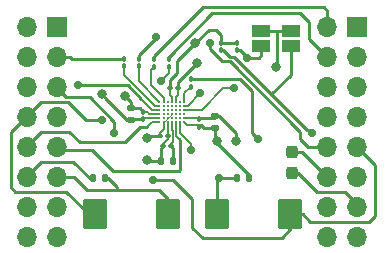
<source format=gbr>
G04 #@! TF.GenerationSoftware,KiCad,Pcbnew,7.0.0*
G04 #@! TF.CreationDate,2024-03-13T15:51:30+01:00*
G04 #@! TF.ProjectId,breakoutBoard_extended,62726561-6b6f-4757-9442-6f6172645f65,rev?*
G04 #@! TF.SameCoordinates,Original*
G04 #@! TF.FileFunction,Copper,L1,Top*
G04 #@! TF.FilePolarity,Positive*
%FSLAX46Y46*%
G04 Gerber Fmt 4.6, Leading zero omitted, Abs format (unit mm)*
G04 Created by KiCad (PCBNEW 7.0.0) date 2024-03-13 15:51:30*
%MOMM*%
%LPD*%
G01*
G04 APERTURE LIST*
G04 Aperture macros list*
%AMRoundRect*
0 Rectangle with rounded corners*
0 $1 Rounding radius*
0 $2 $3 $4 $5 $6 $7 $8 $9 X,Y pos of 4 corners*
0 Add a 4 corners polygon primitive as box body*
4,1,4,$2,$3,$4,$5,$6,$7,$8,$9,$2,$3,0*
0 Add four circle primitives for the rounded corners*
1,1,$1+$1,$2,$3*
1,1,$1+$1,$4,$5*
1,1,$1+$1,$6,$7*
1,1,$1+$1,$8,$9*
0 Add four rect primitives between the rounded corners*
20,1,$1+$1,$2,$3,$4,$5,0*
20,1,$1+$1,$4,$5,$6,$7,0*
20,1,$1+$1,$6,$7,$8,$9,0*
20,1,$1+$1,$8,$9,$2,$3,0*%
G04 Aperture macros list end*
G04 #@! TA.AperFunction,SMDPad,CuDef*
%ADD10RoundRect,0.100000X-0.100000X0.130000X-0.100000X-0.130000X0.100000X-0.130000X0.100000X0.130000X0*%
G04 #@! TD*
G04 #@! TA.AperFunction,SMDPad,CuDef*
%ADD11RoundRect,0.250000X0.787500X1.025000X-0.787500X1.025000X-0.787500X-1.025000X0.787500X-1.025000X0*%
G04 #@! TD*
G04 #@! TA.AperFunction,SMDPad,CuDef*
%ADD12RoundRect,0.250000X-0.787500X-1.025000X0.787500X-1.025000X0.787500X1.025000X-0.787500X1.025000X0*%
G04 #@! TD*
G04 #@! TA.AperFunction,SMDPad,CuDef*
%ADD13RoundRect,0.100000X-0.130000X-0.100000X0.130000X-0.100000X0.130000X0.100000X-0.130000X0.100000X0*%
G04 #@! TD*
G04 #@! TA.AperFunction,SMDPad,CuDef*
%ADD14RoundRect,0.147500X0.172500X-0.147500X0.172500X0.147500X-0.172500X0.147500X-0.172500X-0.147500X0*%
G04 #@! TD*
G04 #@! TA.AperFunction,SMDPad,CuDef*
%ADD15RoundRect,0.147500X0.147500X0.172500X-0.147500X0.172500X-0.147500X-0.172500X0.147500X-0.172500X0*%
G04 #@! TD*
G04 #@! TA.AperFunction,SMDPad,CuDef*
%ADD16C,0.250000*%
G04 #@! TD*
G04 #@! TA.AperFunction,SMDPad,CuDef*
%ADD17RoundRect,0.100000X0.100000X-0.130000X0.100000X0.130000X-0.100000X0.130000X-0.100000X-0.130000X0*%
G04 #@! TD*
G04 #@! TA.AperFunction,SMDPad,CuDef*
%ADD18R,1.500000X1.000000*%
G04 #@! TD*
G04 #@! TA.AperFunction,SMDPad,CuDef*
%ADD19RoundRect,0.147500X-0.147500X-0.172500X0.147500X-0.172500X0.147500X0.172500X-0.147500X0.172500X0*%
G04 #@! TD*
G04 #@! TA.AperFunction,SMDPad,CuDef*
%ADD20RoundRect,0.100000X0.130000X0.100000X-0.130000X0.100000X-0.130000X-0.100000X0.130000X-0.100000X0*%
G04 #@! TD*
G04 #@! TA.AperFunction,SMDPad,CuDef*
%ADD21RoundRect,0.237500X-0.237500X0.287500X-0.237500X-0.287500X0.237500X-0.287500X0.237500X0.287500X0*%
G04 #@! TD*
G04 #@! TA.AperFunction,ComponentPad*
%ADD22R,1.700000X1.700000*%
G04 #@! TD*
G04 #@! TA.AperFunction,ComponentPad*
%ADD23O,1.700000X1.700000*%
G04 #@! TD*
G04 #@! TA.AperFunction,ViaPad*
%ADD24C,0.800000*%
G04 #@! TD*
G04 #@! TA.AperFunction,ViaPad*
%ADD25C,0.250000*%
G04 #@! TD*
G04 #@! TA.AperFunction,ViaPad*
%ADD26C,0.700000*%
G04 #@! TD*
G04 #@! TA.AperFunction,Conductor*
%ADD27C,0.150000*%
G04 #@! TD*
G04 #@! TA.AperFunction,Conductor*
%ADD28C,0.200000*%
G04 #@! TD*
G04 #@! TA.AperFunction,Conductor*
%ADD29C,0.250000*%
G04 #@! TD*
G04 #@! TA.AperFunction,Conductor*
%ADD30C,0.076200*%
G04 #@! TD*
G04 APERTURE END LIST*
D10*
X57277000Y-37841000D03*
X57277000Y-38481000D03*
D11*
X65724500Y-49276000D03*
X59499500Y-49276000D03*
D12*
X49147000Y-49276000D03*
X55372000Y-49276000D03*
D13*
X55548000Y-38562000D03*
X56188000Y-38562000D03*
D10*
X55426000Y-36144000D03*
X55426000Y-36784000D03*
D14*
X52197000Y-41275000D03*
X52197000Y-40305000D03*
D15*
X55761000Y-44785000D03*
X54791000Y-44785000D03*
X49992000Y-46228000D03*
X49022000Y-46228000D03*
D16*
X54630000Y-39719000D03*
X54980000Y-39719000D03*
X55330000Y-39719000D03*
X55680000Y-39719000D03*
X56030000Y-39719000D03*
X56380000Y-39719000D03*
X56730000Y-39719000D03*
X54630000Y-40069000D03*
X54980000Y-40069000D03*
X55330000Y-40069000D03*
X55680000Y-40069000D03*
X56030000Y-40069000D03*
X56380000Y-40069000D03*
X56730000Y-40069000D03*
X54630000Y-40419000D03*
X54980000Y-40419000D03*
X55330000Y-40419000D03*
X55680000Y-40419000D03*
X56030000Y-40419000D03*
X56380000Y-40419000D03*
X56730000Y-40419000D03*
X54630000Y-40769000D03*
X54980000Y-40769000D03*
X55330000Y-40769000D03*
X55680000Y-40769000D03*
X56030000Y-40769000D03*
X56380000Y-40769000D03*
X56730000Y-40769000D03*
X54630000Y-41119000D03*
X54980000Y-41119000D03*
X55330000Y-41119000D03*
X55680000Y-41119000D03*
X56030000Y-41119000D03*
X56380000Y-41119000D03*
X56730000Y-41119000D03*
X54630000Y-41469000D03*
X54980000Y-41469000D03*
X55330000Y-41469000D03*
X55680000Y-41469000D03*
X56030000Y-41469000D03*
X56380000Y-41469000D03*
X56730000Y-41469000D03*
D10*
X54156000Y-36119000D03*
X54156000Y-36759000D03*
D14*
X59363000Y-41945000D03*
X59363000Y-40975000D03*
D17*
X59880500Y-35369500D03*
X59880500Y-34729500D03*
X61214000Y-35369500D03*
X61214000Y-34729500D03*
D18*
X65785999Y-33751999D03*
X65785999Y-35051999D03*
D10*
X52886000Y-36110500D03*
X52886000Y-36750500D03*
D19*
X61214000Y-46228000D03*
X62184000Y-46228000D03*
D17*
X57966000Y-41849000D03*
X57966000Y-41209000D03*
D20*
X55583000Y-43515000D03*
X54943000Y-43515000D03*
D17*
X53267000Y-41234000D03*
X53267000Y-40594000D03*
D20*
X55329000Y-42626000D03*
X54689000Y-42626000D03*
D10*
X51616000Y-36085500D03*
X51616000Y-36725500D03*
D18*
X63245999Y-33751999D03*
X63245999Y-35051999D03*
D21*
X65849500Y-44005500D03*
X65849500Y-45755500D03*
D22*
X45973999Y-33400999D03*
D23*
X43433999Y-33400999D03*
X45973999Y-35940999D03*
X43433999Y-35940999D03*
X45973999Y-38480999D03*
X43433999Y-38480999D03*
X45973999Y-41020999D03*
X43433999Y-41020999D03*
X45973999Y-43560999D03*
X43433999Y-43560999D03*
X45973999Y-46100999D03*
X43433999Y-46100999D03*
X45973999Y-48640999D03*
X43433999Y-48640999D03*
X45973999Y-51180999D03*
X43433999Y-51180999D03*
D22*
X71373999Y-33400999D03*
D23*
X68833999Y-33400999D03*
X71373999Y-35940999D03*
X68833999Y-35940999D03*
X71373999Y-38480999D03*
X68833999Y-38480999D03*
X71373999Y-41020999D03*
X68833999Y-41020999D03*
X71373999Y-43560999D03*
X68833999Y-43560999D03*
X71373999Y-46100999D03*
X68833999Y-46100999D03*
X71373999Y-48640999D03*
X68833999Y-48640999D03*
X71373999Y-51180999D03*
X68833999Y-51180999D03*
D24*
X53594000Y-42799000D03*
X57785000Y-36449000D03*
X51689000Y-39243000D03*
X64516000Y-36830000D03*
X61087000Y-43053000D03*
D25*
X55330000Y-40770000D03*
X56380380Y-40769540D03*
D24*
X49784000Y-39116000D03*
X53594000Y-44704000D03*
X57658000Y-34798000D03*
X59502040Y-43037760D03*
D26*
X59690000Y-46228000D03*
X62992000Y-42926000D03*
X54356000Y-34290000D03*
X58928014Y-34798000D03*
X58074560Y-39019480D03*
D25*
X56381040Y-40068220D03*
D26*
X57277000Y-43815000D03*
D25*
X56030520Y-41117240D03*
X54980840Y-40769540D03*
X56378500Y-40418740D03*
D26*
X67564000Y-42418000D03*
X60960000Y-38608000D03*
X62020686Y-36023314D03*
D25*
X54980840Y-40065960D03*
D26*
X54737000Y-37973000D03*
D25*
X55679340Y-41120060D03*
D26*
X50800000Y-42418000D03*
D25*
X54980840Y-40421560D03*
X55681880Y-40065960D03*
X56027320Y-40065960D03*
X55331360Y-40065960D03*
X54980840Y-41120060D03*
D26*
X49784000Y-41275000D03*
X47752000Y-38354000D03*
X54102000Y-46355000D03*
D27*
X56030000Y-39355000D02*
X56030000Y-39719000D01*
X56188000Y-38562000D02*
X56188000Y-39197000D01*
X54980000Y-41469000D02*
X54980000Y-42056000D01*
X57966000Y-41102000D02*
X56747000Y-41102000D01*
X54980000Y-42056000D02*
X54689000Y-42347000D01*
X54689000Y-42347000D02*
X54689000Y-42626000D01*
X56188000Y-39197000D02*
X56030000Y-39355000D01*
D28*
X56747000Y-41102000D02*
X56730000Y-41119000D01*
D29*
X64546000Y-36800000D02*
X64516000Y-36830000D01*
X59363000Y-40975000D02*
X59683000Y-40975000D01*
D30*
X55680000Y-40769000D02*
X55330000Y-41119000D01*
D29*
X56188000Y-38046000D02*
X57785000Y-36449000D01*
X65786000Y-33752000D02*
X64786000Y-33752000D01*
X56188000Y-38562000D02*
X56188000Y-38046000D01*
X54689000Y-42626000D02*
X53767000Y-42626000D01*
D28*
X53644800Y-40640000D02*
X53313000Y-40640000D01*
D29*
X52197000Y-39751000D02*
X51689000Y-39243000D01*
X52197000Y-40305000D02*
X52197000Y-39751000D01*
X53767000Y-42626000D02*
X53594000Y-42799000D01*
D28*
X53773800Y-40769000D02*
X53644800Y-40640000D01*
D29*
X64786000Y-33752000D02*
X64546000Y-33752000D01*
X59683000Y-40975000D02*
X61087000Y-42379000D01*
X59359190Y-41102000D02*
X59363000Y-41098190D01*
X57966000Y-41102000D02*
X59359190Y-41102000D01*
X52197000Y-40305000D02*
X52978000Y-40305000D01*
X64546000Y-33752000D02*
X64546000Y-36800000D01*
D28*
X53313000Y-40640000D02*
X53267000Y-40594000D01*
D29*
X64546000Y-33752000D02*
X63246000Y-33752000D01*
X61087000Y-42379000D02*
X61087000Y-43053000D01*
X52978000Y-40305000D02*
X53267000Y-40594000D01*
X59363000Y-41098190D02*
X59363000Y-40975000D01*
D28*
X54630000Y-40769000D02*
X53773800Y-40769000D01*
D30*
X54980000Y-41469000D02*
X55330000Y-41119000D01*
D29*
X58166000Y-41742000D02*
X58369000Y-41945000D01*
X57966000Y-41742000D02*
X58166000Y-41742000D01*
X59043000Y-41945000D02*
X59363000Y-41945000D01*
X58369000Y-41945000D02*
X59043000Y-41945000D01*
D27*
X55548000Y-39192000D02*
X55548000Y-38562000D01*
D28*
X53267000Y-41234000D02*
X53382000Y-41119000D01*
D27*
X55329000Y-42023000D02*
X55329000Y-42626000D01*
D28*
X54943000Y-43515000D02*
X54943000Y-43315000D01*
X55329000Y-42929000D02*
X55329000Y-42826000D01*
D27*
X53382000Y-41119000D02*
X54630000Y-41119000D01*
X57966000Y-41742000D02*
X57003000Y-41742000D01*
D29*
X54791000Y-43667000D02*
X54943000Y-43515000D01*
D27*
X55680000Y-39719000D02*
X55680000Y-39324000D01*
D28*
X54943000Y-43315000D02*
X55329000Y-42929000D01*
D27*
X55680000Y-39324000D02*
X55548000Y-39192000D01*
X55330000Y-41469000D02*
X55330000Y-42022000D01*
D28*
X55329000Y-42826000D02*
X55329000Y-42626000D01*
D29*
X54791000Y-44785000D02*
X54791000Y-43667000D01*
D27*
X57003000Y-41742000D02*
X56800001Y-41539001D01*
D29*
X52238000Y-41234000D02*
X52197000Y-41275000D01*
X49784000Y-39116000D02*
X50035500Y-39367500D01*
X59880500Y-34099500D02*
X59880500Y-34729500D01*
X59363000Y-41945000D02*
X59363000Y-42898720D01*
X56134000Y-37317906D02*
X56134000Y-36322000D01*
X56134000Y-36322000D02*
X57258001Y-35197999D01*
X50035500Y-39433500D02*
X51877000Y-41275000D01*
X59363000Y-42898720D02*
X59502040Y-43037760D01*
X59502040Y-43037760D02*
X59502040Y-43268900D01*
X53267000Y-41234000D02*
X52238000Y-41234000D01*
X47330000Y-44831000D02*
X44577000Y-44831000D01*
X61214000Y-34729500D02*
X59880500Y-34729500D01*
X44577000Y-44831000D02*
X44156999Y-45251001D01*
X57258001Y-35197999D02*
X57658000Y-34798000D01*
X59502040Y-43268900D02*
X62184000Y-45950860D01*
X48727000Y-46228000D02*
X47330000Y-44831000D01*
X53675000Y-44785000D02*
X53594000Y-44704000D01*
X54791000Y-44785000D02*
X53675000Y-44785000D01*
X57658000Y-34798000D02*
X58806000Y-33650000D01*
X49022000Y-46228000D02*
X48727000Y-46228000D01*
X58806000Y-33650000D02*
X59431000Y-33650000D01*
X55548000Y-38562000D02*
X55548000Y-37903906D01*
X55548000Y-37903906D02*
X56134000Y-37317906D01*
X59431000Y-33650000D02*
X59880500Y-34099500D01*
X50035500Y-39367500D02*
X50035500Y-39433500D01*
X62184000Y-45950860D02*
X62184000Y-46228000D01*
X44156999Y-45251001D02*
X43307000Y-46101000D01*
X51877000Y-41275000D02*
X52197000Y-41275000D01*
D27*
X56030000Y-41469000D02*
X56061000Y-41500000D01*
X56061000Y-41500000D02*
X56061000Y-42626000D01*
X56061000Y-42626000D02*
X56315000Y-42880000D01*
D29*
X56327040Y-45593000D02*
X50723800Y-45593000D01*
X48945800Y-43815000D02*
X46101000Y-43815000D01*
X56315000Y-42880000D02*
X56393080Y-42958080D01*
X56393080Y-42958080D02*
X56393080Y-45526960D01*
X46101000Y-43815000D02*
X45847000Y-43561000D01*
X50723800Y-45593000D02*
X48945800Y-43815000D01*
X56393080Y-45526960D02*
X56327040Y-45593000D01*
X61214000Y-46228000D02*
X59690000Y-46228000D01*
X59499500Y-46418500D02*
X59690000Y-46228000D01*
X59499500Y-49276000D02*
X59499500Y-46418500D01*
X51054000Y-47244000D02*
X54615000Y-47244000D01*
X48514000Y-47244000D02*
X51054000Y-47244000D01*
X49992000Y-46228000D02*
X50287000Y-46228000D01*
X45847000Y-46101000D02*
X47371000Y-46101000D01*
X51054000Y-46995000D02*
X51054000Y-47244000D01*
X50287000Y-46228000D02*
X51054000Y-46995000D01*
X54615000Y-47244000D02*
X55372000Y-48001000D01*
X55372000Y-48001000D02*
X55372000Y-49276000D01*
X47371000Y-46101000D02*
X48514000Y-47244000D01*
X62483990Y-42417990D02*
X62992000Y-42926000D01*
X61463000Y-37841000D02*
X62483990Y-38861990D01*
X57277000Y-37841000D02*
X61463000Y-37841000D01*
X62483990Y-38861990D02*
X62483990Y-42417990D01*
X60575011Y-36318011D02*
X59953051Y-36318011D01*
X52886000Y-36110500D02*
X52886000Y-35760000D01*
X66548000Y-42926000D02*
X66548000Y-42291000D01*
X59953051Y-36318011D02*
X58928014Y-35292974D01*
X54156001Y-34489999D02*
X54356000Y-34290000D01*
X67183000Y-43561000D02*
X66548000Y-42926000D01*
X66548000Y-42291000D02*
X60575011Y-36318011D01*
X58928014Y-35292974D02*
X58928014Y-34798000D01*
X68834000Y-43561000D02*
X67183000Y-43561000D01*
X52886000Y-35760000D02*
X54156001Y-34489999D01*
X47193581Y-36085500D02*
X47234500Y-36085500D01*
X45847000Y-35941000D02*
X47049081Y-35941000D01*
X47234500Y-36085500D02*
X51616000Y-36085500D01*
X47049081Y-35941000D02*
X47193581Y-36085500D01*
D28*
X57025040Y-40069000D02*
X58074560Y-39019480D01*
X56730000Y-40069000D02*
X57025040Y-40069000D01*
D29*
X54156000Y-36119000D02*
X54156000Y-35889000D01*
X58295000Y-31750000D02*
X68537000Y-31750000D01*
X54156000Y-35889000D02*
X58295000Y-31750000D01*
X68537000Y-31750000D02*
X68834000Y-32047000D01*
X68834000Y-32047000D02*
X68834000Y-33401000D01*
X68834000Y-35941000D02*
X67310000Y-34417000D01*
X66548000Y-32258000D02*
X59082000Y-32258000D01*
X67310000Y-33020000D02*
X66548000Y-32258000D01*
X55426000Y-35914000D02*
X55426000Y-36144000D01*
X67310000Y-34417000D02*
X67310000Y-33020000D01*
X59082000Y-32258000D02*
X55426000Y-35914000D01*
D27*
X56380000Y-41469000D02*
X56380000Y-42423026D01*
X57277000Y-43320026D02*
X57277000Y-43815000D01*
X56380000Y-42423026D02*
X57277000Y-43320026D01*
D29*
X46990000Y-42291000D02*
X47879000Y-43180000D01*
X51689000Y-43180000D02*
X52959000Y-41910000D01*
D27*
X54630000Y-41469000D02*
X54035000Y-41469000D01*
D29*
X43307000Y-43561000D02*
X44577000Y-42291000D01*
D27*
X54035000Y-41469000D02*
X53594000Y-41910000D01*
D29*
X47879000Y-43180000D02*
X51689000Y-43180000D01*
X44577000Y-42291000D02*
X46990000Y-42291000D01*
X52959000Y-41910000D02*
X53594000Y-41910000D01*
X55761000Y-44785000D02*
X55761000Y-43693000D01*
X55761000Y-43693000D02*
X55583000Y-43515000D01*
D28*
X55583000Y-43315000D02*
X55583000Y-43515000D01*
D27*
X55773320Y-42211320D02*
X55773320Y-43124680D01*
X55680000Y-41469000D02*
X55680000Y-42118000D01*
X55773320Y-43124680D02*
X55583000Y-43315000D01*
X55680000Y-42118000D02*
X55773320Y-42211320D01*
D29*
X67310000Y-42164000D02*
X67168482Y-42164000D01*
X64120482Y-39101482D02*
X64120482Y-39116000D01*
X60579000Y-35941000D02*
X60960000Y-35941000D01*
X60007500Y-35369500D02*
X60579000Y-35941000D01*
X67564000Y-42418000D02*
X67310000Y-42164000D01*
X59880500Y-35369500D02*
X60007500Y-35369500D01*
X65786000Y-35052000D02*
X65786000Y-37450482D01*
X67168482Y-42164000D02*
X64120482Y-39116000D01*
X60960000Y-35941000D02*
X64120482Y-39101482D01*
X65786000Y-37450482D02*
X64120482Y-39116000D01*
D28*
X56730000Y-40419000D02*
X58240992Y-40419000D01*
X58240992Y-40419000D02*
X60051992Y-38608000D01*
D29*
X63246000Y-35802000D02*
X63024686Y-36023314D01*
X62020686Y-35976186D02*
X62020686Y-36023314D01*
X61414000Y-35369500D02*
X62020686Y-35976186D01*
X63024686Y-36023314D02*
X62020686Y-36023314D01*
X63246000Y-35052000D02*
X63246000Y-35802000D01*
D28*
X60051992Y-38608000D02*
X60960000Y-38608000D01*
D29*
X61214000Y-35369500D02*
X61414000Y-35369500D01*
D27*
X55426000Y-37284000D02*
X54737000Y-37973000D01*
X55426000Y-36784000D02*
X55426000Y-37284000D01*
X54980000Y-39386000D02*
X54156000Y-38562000D01*
D28*
X53902000Y-38308000D02*
X53902000Y-37013000D01*
D27*
X54980000Y-39719000D02*
X54980000Y-39386000D01*
D28*
X53902000Y-37013000D02*
X54156000Y-36759000D01*
X54156000Y-38562000D02*
X53902000Y-38308000D01*
D27*
X54220000Y-40069000D02*
X53140000Y-38989000D01*
D28*
X51616000Y-36725500D02*
X51616000Y-37465000D01*
X51616000Y-37465000D02*
X53140000Y-38989000D01*
D27*
X54630000Y-40069000D02*
X54220000Y-40069000D01*
D28*
X52886000Y-36750500D02*
X52886000Y-37975000D01*
D27*
X52886000Y-37975000D02*
X54630000Y-39719000D01*
D29*
X46696999Y-39330999D02*
X48715973Y-39330999D01*
X45847000Y-38481000D02*
X46696999Y-39330999D01*
X50800000Y-41923026D02*
X50800000Y-42418000D01*
X48715973Y-39330999D02*
X50800000Y-41415026D01*
X50800000Y-41415026D02*
X50800000Y-41923026D01*
D27*
X56730000Y-39719000D02*
X56730000Y-39028000D01*
X56730000Y-39028000D02*
X57277000Y-38481000D01*
D29*
X49218315Y-41275000D02*
X49784000Y-41275000D01*
X46736000Y-47371000D02*
X42418000Y-47371000D01*
X42037000Y-46990000D02*
X42037000Y-42291000D01*
X48435368Y-41275000D02*
X49218315Y-41275000D01*
X42037000Y-42291000D02*
X43307000Y-41021000D01*
X44577000Y-39751000D02*
X46911368Y-39751000D01*
X46911368Y-39751000D02*
X48435368Y-41275000D01*
X49147000Y-49276000D02*
X48641000Y-49276000D01*
X42418000Y-47371000D02*
X42037000Y-46990000D01*
X48641000Y-49276000D02*
X46736000Y-47371000D01*
X43307000Y-41021000D02*
X44577000Y-39751000D01*
X65724500Y-50551000D02*
X65724500Y-49276000D01*
X72898000Y-49403000D02*
X72390000Y-49911000D01*
D27*
X54630000Y-40419000D02*
X54008000Y-40419000D01*
D29*
X53086000Y-39497000D02*
X51943000Y-38354000D01*
X71374000Y-43561000D02*
X72898000Y-45085000D01*
X51943000Y-38354000D02*
X48317685Y-38354000D01*
X58293000Y-51308000D02*
X64967500Y-51308000D01*
X64967500Y-51308000D02*
X65724500Y-50551000D01*
D27*
X54008000Y-40419000D02*
X53086000Y-39497000D01*
D29*
X57404000Y-48006000D02*
X57404000Y-50419000D01*
X48317685Y-38354000D02*
X47752000Y-38354000D01*
X57404000Y-50419000D02*
X58293000Y-51308000D01*
X55753000Y-46355000D02*
X57404000Y-48006000D01*
X72390000Y-49911000D02*
X67397000Y-49911000D01*
X54102000Y-46355000D02*
X55753000Y-46355000D01*
X67397000Y-49911000D02*
X66762000Y-49276000D01*
X66762000Y-49276000D02*
X65724500Y-49276000D01*
X72898000Y-45085000D02*
X72898000Y-49403000D01*
X66738500Y-44005500D02*
X68834000Y-46101000D01*
X65849500Y-44005500D02*
X66738500Y-44005500D01*
X65849500Y-45755500D02*
X66324500Y-45755500D01*
X70358000Y-47371000D02*
X71374000Y-48387000D01*
X67940000Y-47371000D02*
X70358000Y-47371000D01*
X66324500Y-45755500D02*
X67940000Y-47371000D01*
X71374000Y-48387000D02*
X71374000Y-48641000D01*
M02*

</source>
